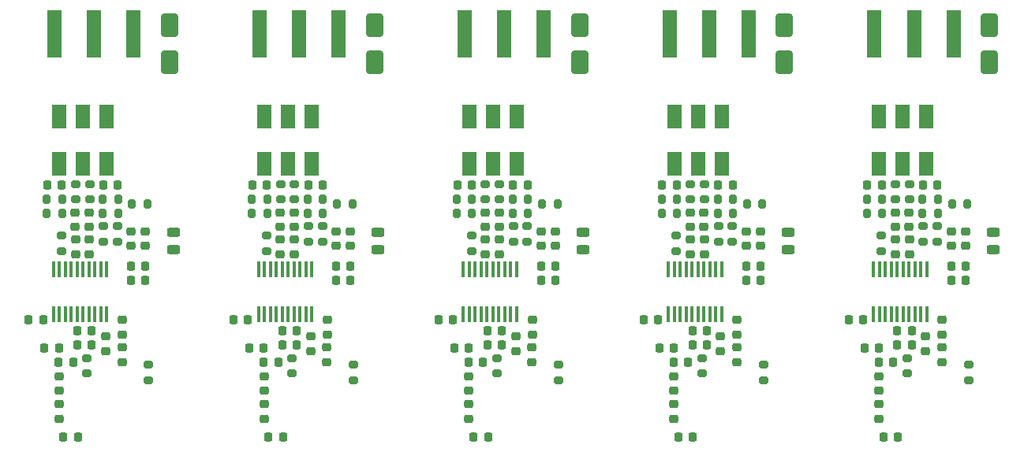
<source format=gtp>
%TF.GenerationSoftware,KiCad,Pcbnew,7.0.1*%
%TF.CreationDate,2023-10-09T01:52:17+02:00*%
%TF.ProjectId,current_probe,63757272-656e-4745-9f70-726f62652e6b,rev?*%
%TF.SameCoordinates,Original*%
%TF.FileFunction,Paste,Top*%
%TF.FilePolarity,Positive*%
%FSLAX46Y46*%
G04 Gerber Fmt 4.6, Leading zero omitted, Abs format (unit mm)*
G04 Created by KiCad (PCBNEW 7.0.1) date 2023-10-09 01:52:17*
%MOMM*%
%LPD*%
G01*
G04 APERTURE LIST*
G04 Aperture macros list*
%AMRoundRect*
0 Rectangle with rounded corners*
0 $1 Rounding radius*
0 $2 $3 $4 $5 $6 $7 $8 $9 X,Y pos of 4 corners*
0 Add a 4 corners polygon primitive as box body*
4,1,4,$2,$3,$4,$5,$6,$7,$8,$9,$2,$3,0*
0 Add four circle primitives for the rounded corners*
1,1,$1+$1,$2,$3*
1,1,$1+$1,$4,$5*
1,1,$1+$1,$6,$7*
1,1,$1+$1,$8,$9*
0 Add four rect primitives between the rounded corners*
20,1,$1+$1,$2,$3,$4,$5,0*
20,1,$1+$1,$4,$5,$6,$7,0*
20,1,$1+$1,$6,$7,$8,$9,0*
20,1,$1+$1,$8,$9,$2,$3,0*%
G04 Aperture macros list end*
%ADD10RoundRect,0.200000X0.275000X-0.200000X0.275000X0.200000X-0.275000X0.200000X-0.275000X-0.200000X0*%
%ADD11RoundRect,0.225000X0.225000X0.250000X-0.225000X0.250000X-0.225000X-0.250000X0.225000X-0.250000X0*%
%ADD12R,0.304800X1.676400*%
%ADD13RoundRect,0.218750X0.256250X-0.218750X0.256250X0.218750X-0.256250X0.218750X-0.256250X-0.218750X0*%
%ADD14RoundRect,0.225000X-0.250000X0.225000X-0.250000X-0.225000X0.250000X-0.225000X0.250000X0.225000X0*%
%ADD15RoundRect,0.200000X-0.275000X0.200000X-0.275000X-0.200000X0.275000X-0.200000X0.275000X0.200000X0*%
%ADD16RoundRect,0.200000X-0.200000X-0.275000X0.200000X-0.275000X0.200000X0.275000X-0.200000X0.275000X0*%
%ADD17RoundRect,0.225000X-0.225000X-0.250000X0.225000X-0.250000X0.225000X0.250000X-0.225000X0.250000X0*%
%ADD18RoundRect,0.200000X0.200000X0.275000X-0.200000X0.275000X-0.200000X-0.275000X0.200000X-0.275000X0*%
%ADD19R,1.500000X5.080000*%
%ADD20RoundRect,0.218750X0.218750X0.256250X-0.218750X0.256250X-0.218750X-0.256250X0.218750X-0.256250X0*%
%ADD21RoundRect,0.250000X0.650000X-1.000000X0.650000X1.000000X-0.650000X1.000000X-0.650000X-1.000000X0*%
%ADD22RoundRect,0.225000X0.250000X-0.225000X0.250000X0.225000X-0.250000X0.225000X-0.250000X-0.225000X0*%
%ADD23RoundRect,0.218750X-0.256250X0.218750X-0.256250X-0.218750X0.256250X-0.218750X0.256250X0.218750X0*%
%ADD24R,1.650000X2.540000*%
%ADD25RoundRect,0.243750X0.456250X-0.243750X0.456250X0.243750X-0.456250X0.243750X-0.456250X-0.243750X0*%
G04 APERTURE END LIST*
D10*
%TO.C,R12*%
X162499200Y-121075600D03*
X162499200Y-119425600D03*
%TD*%
D11*
%TO.C,C4*%
X181759319Y-130646415D03*
X180209319Y-130646415D03*
%TD*%
D12*
%TO.C,U1*%
X177641700Y-128913600D03*
X178276700Y-128913600D03*
X178911700Y-128913600D03*
X179546700Y-128913600D03*
X180181700Y-128913600D03*
X180816700Y-128913600D03*
X181451700Y-128913600D03*
X182086700Y-128913600D03*
X182721700Y-128913600D03*
X183356700Y-128913600D03*
X183356700Y-124087600D03*
X182721700Y-124087600D03*
X182086700Y-124087600D03*
X181451700Y-124087600D03*
X180816700Y-124087600D03*
X180181700Y-124087600D03*
X179546700Y-124087600D03*
X178911700Y-124087600D03*
X178276700Y-124087600D03*
X177641700Y-124087600D03*
%TD*%
D13*
%TO.C,FB3*%
X180004972Y-122443196D03*
X180004972Y-120868196D03*
%TD*%
D11*
%TO.C,C9*%
X110524200Y-129500600D03*
X108974200Y-129500600D03*
%TD*%
D14*
%TO.C,C15*%
X209499200Y-119975600D03*
X209499200Y-121525600D03*
%TD*%
D13*
%TO.C,FB2*%
X178238904Y-140098100D03*
X178238904Y-138523100D03*
%TD*%
%TO.C,FB2*%
X200238904Y-140098100D03*
X200238904Y-138523100D03*
%TD*%
D14*
%TO.C,C16*%
X119999200Y-119975600D03*
X119999200Y-121525600D03*
%TD*%
D15*
%TO.C,R10*%
X121843904Y-134300896D03*
X121843904Y-135950896D03*
%TD*%
D16*
%TO.C,R8*%
X116924200Y-118000600D03*
X118574200Y-118000600D03*
%TD*%
D17*
%TO.C,C1*%
X134213904Y-134060600D03*
X135763904Y-134060600D03*
%TD*%
D11*
%TO.C,C19*%
X143524200Y-123750600D03*
X141974200Y-123750600D03*
%TD*%
D18*
%TO.C,R2*%
X118574200Y-116500600D03*
X116924200Y-116500600D03*
%TD*%
D17*
%TO.C,C10*%
X132974200Y-115000600D03*
X134524200Y-115000600D03*
%TD*%
D19*
%TO.C,J1*%
X115999200Y-98750600D03*
X111749200Y-98750600D03*
X120249200Y-98750600D03*
%TD*%
D17*
%TO.C,C10*%
X154974200Y-115000600D03*
X156524200Y-115000600D03*
%TD*%
D14*
%TO.C,C16*%
X207999200Y-119975600D03*
X207999200Y-121525600D03*
%TD*%
D10*
%TO.C,R4*%
X138999200Y-121075600D03*
X138999200Y-119425600D03*
%TD*%
D14*
%TO.C,C18*%
X141024200Y-129500600D03*
X141024200Y-131050600D03*
%TD*%
D20*
%TO.C,D1*%
X202276404Y-142060600D03*
X200701404Y-142060600D03*
%TD*%
D15*
%TO.C,R10*%
X187843904Y-134300896D03*
X187843904Y-135950896D03*
%TD*%
D11*
%TO.C,C20*%
X121524200Y-125250600D03*
X119974200Y-125250600D03*
%TD*%
D18*
%TO.C,R9*%
X134574200Y-116500600D03*
X132924200Y-116500600D03*
%TD*%
D10*
%TO.C,R4*%
X204999200Y-121075600D03*
X204999200Y-119425600D03*
%TD*%
D15*
%TO.C,R7*%
X178499200Y-120425600D03*
X178499200Y-122075600D03*
%TD*%
%TO.C,R10*%
X209843904Y-134300896D03*
X209843904Y-135950896D03*
%TD*%
D18*
%TO.C,R9*%
X200574200Y-116500600D03*
X198924200Y-116500600D03*
%TD*%
D13*
%TO.C,FB2*%
X134238904Y-140098100D03*
X134238904Y-138523100D03*
%TD*%
D14*
%TO.C,C18*%
X207024200Y-129500600D03*
X207024200Y-131050600D03*
%TD*%
D11*
%TO.C,C9*%
X132524200Y-129500600D03*
X130974200Y-129500600D03*
%TD*%
D14*
%TO.C,C18*%
X119024200Y-129500600D03*
X119024200Y-131050600D03*
%TD*%
D11*
%TO.C,C2*%
X134224530Y-132553966D03*
X132674530Y-132553966D03*
%TD*%
D12*
%TO.C,U1*%
X155641700Y-128913600D03*
X156276700Y-128913600D03*
X156911700Y-128913600D03*
X157546700Y-128913600D03*
X158181700Y-128913600D03*
X158816700Y-128913600D03*
X159451700Y-128913600D03*
X160086700Y-128913600D03*
X160721700Y-128913600D03*
X161356700Y-128913600D03*
X161356700Y-124087600D03*
X160721700Y-124087600D03*
X160086700Y-124087600D03*
X159451700Y-124087600D03*
X158816700Y-124087600D03*
X158181700Y-124087600D03*
X157546700Y-124087600D03*
X156911700Y-124087600D03*
X156276700Y-124087600D03*
X155641700Y-124087600D03*
%TD*%
D16*
%TO.C,R8*%
X138924200Y-118000600D03*
X140574200Y-118000600D03*
%TD*%
D17*
%TO.C,C1*%
X156213904Y-134060600D03*
X157763904Y-134060600D03*
%TD*%
D18*
%TO.C,R2*%
X162574200Y-116500600D03*
X160924200Y-116500600D03*
%TD*%
D11*
%TO.C,C7*%
X159755220Y-132142322D03*
X158205220Y-132142322D03*
%TD*%
%TO.C,C7*%
X203755220Y-132142322D03*
X202205220Y-132142322D03*
%TD*%
D18*
%TO.C,R9*%
X178574200Y-116500600D03*
X176924200Y-116500600D03*
%TD*%
D14*
%TO.C,C16*%
X185999200Y-119975600D03*
X185999200Y-121525600D03*
%TD*%
D13*
%TO.C,FB2*%
X112238904Y-140098100D03*
X112238904Y-138523100D03*
%TD*%
D21*
%TO.C,D2*%
X124104200Y-101770600D03*
X124104200Y-97770600D03*
%TD*%
D20*
%TO.C,D1*%
X136276404Y-142060600D03*
X134701404Y-142060600D03*
%TD*%
D14*
%TO.C,C8*%
X113979381Y-117915145D03*
X113979381Y-119465145D03*
%TD*%
D10*
%TO.C,R6*%
X136012051Y-116538801D03*
X136012051Y-114888801D03*
%TD*%
D11*
%TO.C,C2*%
X156224530Y-132553966D03*
X154674530Y-132553966D03*
%TD*%
D16*
%TO.C,R13*%
X186079200Y-116995600D03*
X187729200Y-116995600D03*
%TD*%
D11*
%TO.C,C9*%
X154524200Y-129500600D03*
X152974200Y-129500600D03*
%TD*%
D18*
%TO.C,R9*%
X156574200Y-116500600D03*
X154924200Y-116500600D03*
%TD*%
D11*
%TO.C,C4*%
X137759319Y-130646415D03*
X136209319Y-130646415D03*
%TD*%
D10*
%TO.C,R6*%
X158012051Y-116538801D03*
X158012051Y-114888801D03*
%TD*%
D15*
%TO.C,R10*%
X165843904Y-134300896D03*
X165843904Y-135950896D03*
%TD*%
D17*
%TO.C,C3*%
X138974200Y-115000600D03*
X140524200Y-115000600D03*
%TD*%
D14*
%TO.C,C5*%
X115462123Y-117917475D03*
X115462123Y-119467475D03*
%TD*%
D11*
%TO.C,C4*%
X115759319Y-130646415D03*
X114209319Y-130646415D03*
%TD*%
%TO.C,C20*%
X209524200Y-125250600D03*
X207974200Y-125250600D03*
%TD*%
D10*
%TO.C,R1*%
X115261341Y-135243501D03*
X115261341Y-133593501D03*
%TD*%
D14*
%TO.C,C16*%
X141999200Y-119975600D03*
X141999200Y-121525600D03*
%TD*%
D16*
%TO.C,R3*%
X176924200Y-118000600D03*
X178574200Y-118000600D03*
%TD*%
D22*
%TO.C,C17*%
X184999200Y-134025600D03*
X184999200Y-132475600D03*
%TD*%
D14*
%TO.C,C6*%
X178238904Y-135535600D03*
X178238904Y-137085600D03*
%TD*%
D12*
%TO.C,U1*%
X133641700Y-128913600D03*
X134276700Y-128913600D03*
X134911700Y-128913600D03*
X135546700Y-128913600D03*
X136181700Y-128913600D03*
X136816700Y-128913600D03*
X137451700Y-128913600D03*
X138086700Y-128913600D03*
X138721700Y-128913600D03*
X139356700Y-128913600D03*
X139356700Y-124087600D03*
X138721700Y-124087600D03*
X138086700Y-124087600D03*
X137451700Y-124087600D03*
X136816700Y-124087600D03*
X136181700Y-124087600D03*
X135546700Y-124087600D03*
X134911700Y-124087600D03*
X134276700Y-124087600D03*
X133641700Y-124087600D03*
%TD*%
D14*
%TO.C,C15*%
X121499200Y-119975600D03*
X121499200Y-121525600D03*
%TD*%
D13*
%TO.C,FB2*%
X156238904Y-140098100D03*
X156238904Y-138523100D03*
%TD*%
D11*
%TO.C,C7*%
X181755220Y-132142322D03*
X180205220Y-132142322D03*
%TD*%
D10*
%TO.C,R12*%
X184499200Y-121075600D03*
X184499200Y-119425600D03*
%TD*%
D18*
%TO.C,R2*%
X206574200Y-116500600D03*
X204924200Y-116500600D03*
%TD*%
D12*
%TO.C,U1*%
X111641700Y-128913600D03*
X112276700Y-128913600D03*
X112911700Y-128913600D03*
X113546700Y-128913600D03*
X114181700Y-128913600D03*
X114816700Y-128913600D03*
X115451700Y-128913600D03*
X116086700Y-128913600D03*
X116721700Y-128913600D03*
X117356700Y-128913600D03*
X117356700Y-124087600D03*
X116721700Y-124087600D03*
X116086700Y-124087600D03*
X115451700Y-124087600D03*
X114816700Y-124087600D03*
X114181700Y-124087600D03*
X113546700Y-124087600D03*
X112911700Y-124087600D03*
X112276700Y-124087600D03*
X111641700Y-124087600D03*
%TD*%
D10*
%TO.C,R12*%
X206499200Y-121075600D03*
X206499200Y-119425600D03*
%TD*%
D11*
%TO.C,C19*%
X121524200Y-123750600D03*
X119974200Y-123750600D03*
%TD*%
D20*
%TO.C,D1*%
X114276404Y-142060600D03*
X112701404Y-142060600D03*
%TD*%
D14*
%TO.C,C15*%
X143499200Y-119975600D03*
X143499200Y-121525600D03*
%TD*%
D10*
%TO.C,R1*%
X203261341Y-135243501D03*
X203261341Y-133593501D03*
%TD*%
D15*
%TO.C,R10*%
X143843904Y-134300896D03*
X143843904Y-135950896D03*
%TD*%
D20*
%TO.C,D1*%
X180276404Y-142060600D03*
X178701404Y-142060600D03*
%TD*%
D13*
%TO.C,FB3*%
X136004972Y-122443196D03*
X136004972Y-120868196D03*
%TD*%
D23*
%TO.C,FB1*%
X203497395Y-120871256D03*
X203497395Y-122446256D03*
%TD*%
D16*
%TO.C,R3*%
X110924200Y-118000600D03*
X112574200Y-118000600D03*
%TD*%
D12*
%TO.C,U1*%
X199641700Y-128913600D03*
X200276700Y-128913600D03*
X200911700Y-128913600D03*
X201546700Y-128913600D03*
X202181700Y-128913600D03*
X202816700Y-128913600D03*
X203451700Y-128913600D03*
X204086700Y-128913600D03*
X204721700Y-128913600D03*
X205356700Y-128913600D03*
X205356700Y-124087600D03*
X204721700Y-124087600D03*
X204086700Y-124087600D03*
X203451700Y-124087600D03*
X202816700Y-124087600D03*
X202181700Y-124087600D03*
X201546700Y-124087600D03*
X200911700Y-124087600D03*
X200276700Y-124087600D03*
X199641700Y-124087600D03*
%TD*%
D11*
%TO.C,C7*%
X137755220Y-132142322D03*
X136205220Y-132142322D03*
%TD*%
D23*
%TO.C,FB6*%
X161237556Y-131282976D03*
X161237556Y-132857976D03*
%TD*%
D11*
%TO.C,C9*%
X198524200Y-129500600D03*
X196974200Y-129500600D03*
%TD*%
D14*
%TO.C,C15*%
X165499200Y-119975600D03*
X165499200Y-121525600D03*
%TD*%
D10*
%TO.C,R4*%
X160999200Y-121075600D03*
X160999200Y-119425600D03*
%TD*%
D21*
%TO.C,D2*%
X190104200Y-101770600D03*
X190104200Y-97770600D03*
%TD*%
D17*
%TO.C,C1*%
X178213904Y-134060600D03*
X179763904Y-134060600D03*
%TD*%
D16*
%TO.C,R8*%
X204924200Y-118000600D03*
X206574200Y-118000600D03*
%TD*%
D11*
%TO.C,C4*%
X203759319Y-130646415D03*
X202209319Y-130646415D03*
%TD*%
D24*
%TO.C,TR1*%
X134264200Y-112705600D03*
X136804200Y-112705600D03*
X139344200Y-112705600D03*
X139344200Y-107625600D03*
X136804200Y-107625600D03*
X134264200Y-107625600D03*
%TD*%
D21*
%TO.C,D2*%
X168104200Y-101770600D03*
X168104200Y-97770600D03*
%TD*%
D11*
%TO.C,C9*%
X176524200Y-129500600D03*
X174974200Y-129500600D03*
%TD*%
D23*
%TO.C,FB6*%
X205237556Y-131282976D03*
X205237556Y-132857976D03*
%TD*%
D16*
%TO.C,R13*%
X164079200Y-116995600D03*
X165729200Y-116995600D03*
%TD*%
D14*
%TO.C,C5*%
X137462123Y-117917475D03*
X137462123Y-119467475D03*
%TD*%
D11*
%TO.C,C19*%
X187524200Y-123750600D03*
X185974200Y-123750600D03*
%TD*%
D19*
%TO.C,J1*%
X137999200Y-98750600D03*
X133749200Y-98750600D03*
X142249200Y-98750600D03*
%TD*%
D13*
%TO.C,FB3*%
X158004972Y-122443196D03*
X158004972Y-120868196D03*
%TD*%
D23*
%TO.C,FB1*%
X181497395Y-120871256D03*
X181497395Y-122446256D03*
%TD*%
D10*
%TO.C,R12*%
X140499200Y-121075600D03*
X140499200Y-119425600D03*
%TD*%
%TO.C,R5*%
X137521496Y-116552371D03*
X137521496Y-114902371D03*
%TD*%
D23*
%TO.C,FB1*%
X115497395Y-120871256D03*
X115497395Y-122446256D03*
%TD*%
D25*
%TO.C,D3*%
X168499200Y-121938100D03*
X168499200Y-120063100D03*
%TD*%
D10*
%TO.C,R4*%
X116999200Y-121075600D03*
X116999200Y-119425600D03*
%TD*%
D23*
%TO.C,FB6*%
X183237556Y-131282976D03*
X183237556Y-132857976D03*
%TD*%
D14*
%TO.C,C6*%
X112238904Y-135535600D03*
X112238904Y-137085600D03*
%TD*%
D11*
%TO.C,C2*%
X178224530Y-132553966D03*
X176674530Y-132553966D03*
%TD*%
D10*
%TO.C,R5*%
X159521496Y-116552371D03*
X159521496Y-114902371D03*
%TD*%
D18*
%TO.C,R2*%
X140574200Y-116500600D03*
X138924200Y-116500600D03*
%TD*%
D10*
%TO.C,R1*%
X137261341Y-135243501D03*
X137261341Y-133593501D03*
%TD*%
%TO.C,R1*%
X181261341Y-135243501D03*
X181261341Y-133593501D03*
%TD*%
%TO.C,R5*%
X115521496Y-116552371D03*
X115521496Y-114902371D03*
%TD*%
D21*
%TO.C,D2*%
X212104200Y-101770600D03*
X212104200Y-97770600D03*
%TD*%
D19*
%TO.C,J1*%
X159999200Y-98750600D03*
X155749200Y-98750600D03*
X164249200Y-98750600D03*
%TD*%
D23*
%TO.C,FB1*%
X159497395Y-120871256D03*
X159497395Y-122446256D03*
%TD*%
D14*
%TO.C,C6*%
X200238904Y-135535600D03*
X200238904Y-137085600D03*
%TD*%
%TO.C,C5*%
X159462123Y-117917475D03*
X159462123Y-119467475D03*
%TD*%
%TO.C,C8*%
X157979381Y-117915145D03*
X157979381Y-119465145D03*
%TD*%
%TO.C,C6*%
X134238904Y-135535600D03*
X134238904Y-137085600D03*
%TD*%
D16*
%TO.C,R13*%
X142079200Y-116995600D03*
X143729200Y-116995600D03*
%TD*%
D23*
%TO.C,FB6*%
X139237556Y-131282976D03*
X139237556Y-132857976D03*
%TD*%
D22*
%TO.C,C17*%
X206999200Y-134025600D03*
X206999200Y-132475600D03*
%TD*%
D15*
%TO.C,R7*%
X156499200Y-120425600D03*
X156499200Y-122075600D03*
%TD*%
D17*
%TO.C,C1*%
X200213904Y-134060600D03*
X201763904Y-134060600D03*
%TD*%
D13*
%TO.C,FB3*%
X114004972Y-122443196D03*
X114004972Y-120868196D03*
%TD*%
D10*
%TO.C,R6*%
X202012051Y-116538801D03*
X202012051Y-114888801D03*
%TD*%
%TO.C,R5*%
X181521496Y-116552371D03*
X181521496Y-114902371D03*
%TD*%
D17*
%TO.C,C10*%
X110974200Y-115000600D03*
X112524200Y-115000600D03*
%TD*%
D16*
%TO.C,R13*%
X208079200Y-116995600D03*
X209729200Y-116995600D03*
%TD*%
D25*
%TO.C,D3*%
X190499200Y-121938100D03*
X190499200Y-120063100D03*
%TD*%
D20*
%TO.C,D1*%
X158276404Y-142060600D03*
X156701404Y-142060600D03*
%TD*%
D15*
%TO.C,R7*%
X134499200Y-120425600D03*
X134499200Y-122075600D03*
%TD*%
D11*
%TO.C,C2*%
X200224530Y-132553966D03*
X198674530Y-132553966D03*
%TD*%
D18*
%TO.C,R2*%
X184574200Y-116500600D03*
X182924200Y-116500600D03*
%TD*%
D15*
%TO.C,R7*%
X112499200Y-120425600D03*
X112499200Y-122075600D03*
%TD*%
D10*
%TO.C,R12*%
X118499200Y-121075600D03*
X118499200Y-119425600D03*
%TD*%
D19*
%TO.C,J1*%
X181999200Y-98750600D03*
X177749200Y-98750600D03*
X186249200Y-98750600D03*
%TD*%
D11*
%TO.C,C4*%
X159759319Y-130646415D03*
X158209319Y-130646415D03*
%TD*%
D22*
%TO.C,C17*%
X162999200Y-134025600D03*
X162999200Y-132475600D03*
%TD*%
D21*
%TO.C,D2*%
X146104200Y-101770600D03*
X146104200Y-97770600D03*
%TD*%
D10*
%TO.C,R6*%
X114012051Y-116538801D03*
X114012051Y-114888801D03*
%TD*%
D14*
%TO.C,C15*%
X187499200Y-119975600D03*
X187499200Y-121525600D03*
%TD*%
D17*
%TO.C,C3*%
X160974200Y-115000600D03*
X162524200Y-115000600D03*
%TD*%
D23*
%TO.C,FB1*%
X137497395Y-120871256D03*
X137497395Y-122446256D03*
%TD*%
D14*
%TO.C,C6*%
X156238904Y-135535600D03*
X156238904Y-137085600D03*
%TD*%
D10*
%TO.C,R6*%
X180012051Y-116538801D03*
X180012051Y-114888801D03*
%TD*%
D24*
%TO.C,TR1*%
X156264200Y-112705600D03*
X158804200Y-112705600D03*
X161344200Y-112705600D03*
X161344200Y-107625600D03*
X158804200Y-107625600D03*
X156264200Y-107625600D03*
%TD*%
D11*
%TO.C,C19*%
X209524200Y-123750600D03*
X207974200Y-123750600D03*
%TD*%
D10*
%TO.C,R5*%
X203521496Y-116552371D03*
X203521496Y-114902371D03*
%TD*%
D25*
%TO.C,D3*%
X124499200Y-121938100D03*
X124499200Y-120063100D03*
%TD*%
%TO.C,D3*%
X212499200Y-121938100D03*
X212499200Y-120063100D03*
%TD*%
D11*
%TO.C,C19*%
X165524200Y-123750600D03*
X163974200Y-123750600D03*
%TD*%
D17*
%TO.C,C3*%
X182974200Y-115000600D03*
X184524200Y-115000600D03*
%TD*%
D11*
%TO.C,C20*%
X165524200Y-125250600D03*
X163974200Y-125250600D03*
%TD*%
D24*
%TO.C,TR1*%
X178264200Y-112705600D03*
X180804200Y-112705600D03*
X183344200Y-112705600D03*
X183344200Y-107625600D03*
X180804200Y-107625600D03*
X178264200Y-107625600D03*
%TD*%
D14*
%TO.C,C5*%
X181462123Y-117917475D03*
X181462123Y-119467475D03*
%TD*%
D13*
%TO.C,FB3*%
X202004972Y-122443196D03*
X202004972Y-120868196D03*
%TD*%
D17*
%TO.C,C3*%
X116974200Y-115000600D03*
X118524200Y-115000600D03*
%TD*%
D16*
%TO.C,R3*%
X198924200Y-118000600D03*
X200574200Y-118000600D03*
%TD*%
D15*
%TO.C,R7*%
X200499200Y-120425600D03*
X200499200Y-122075600D03*
%TD*%
D24*
%TO.C,TR1*%
X200264200Y-112705600D03*
X202804200Y-112705600D03*
X205344200Y-112705600D03*
X205344200Y-107625600D03*
X202804200Y-107625600D03*
X200264200Y-107625600D03*
%TD*%
D14*
%TO.C,C8*%
X179979381Y-117915145D03*
X179979381Y-119465145D03*
%TD*%
D11*
%TO.C,C7*%
X115755220Y-132142322D03*
X114205220Y-132142322D03*
%TD*%
D14*
%TO.C,C8*%
X135979381Y-117915145D03*
X135979381Y-119465145D03*
%TD*%
D24*
%TO.C,TR1*%
X112264200Y-112705600D03*
X114804200Y-112705600D03*
X117344200Y-112705600D03*
X117344200Y-107625600D03*
X114804200Y-107625600D03*
X112264200Y-107625600D03*
%TD*%
D16*
%TO.C,R8*%
X160924200Y-118000600D03*
X162574200Y-118000600D03*
%TD*%
D14*
%TO.C,C16*%
X163999200Y-119975600D03*
X163999200Y-121525600D03*
%TD*%
D11*
%TO.C,C20*%
X187524200Y-125250600D03*
X185974200Y-125250600D03*
%TD*%
D16*
%TO.C,R3*%
X132924200Y-118000600D03*
X134574200Y-118000600D03*
%TD*%
D14*
%TO.C,C18*%
X185024200Y-129500600D03*
X185024200Y-131050600D03*
%TD*%
%TO.C,C5*%
X203462123Y-117917475D03*
X203462123Y-119467475D03*
%TD*%
D22*
%TO.C,C17*%
X118999200Y-134025600D03*
X118999200Y-132475600D03*
%TD*%
D17*
%TO.C,C10*%
X176974200Y-115000600D03*
X178524200Y-115000600D03*
%TD*%
D19*
%TO.C,J1*%
X203999200Y-98750600D03*
X199749200Y-98750600D03*
X208249200Y-98750600D03*
%TD*%
D18*
%TO.C,R9*%
X112574200Y-116500600D03*
X110924200Y-116500600D03*
%TD*%
D17*
%TO.C,C3*%
X204974200Y-115000600D03*
X206524200Y-115000600D03*
%TD*%
D16*
%TO.C,R8*%
X182924200Y-118000600D03*
X184574200Y-118000600D03*
%TD*%
D11*
%TO.C,C20*%
X143524200Y-125250600D03*
X141974200Y-125250600D03*
%TD*%
D17*
%TO.C,C10*%
X198974200Y-115000600D03*
X200524200Y-115000600D03*
%TD*%
%TO.C,C1*%
X112213904Y-134060600D03*
X113763904Y-134060600D03*
%TD*%
D14*
%TO.C,C18*%
X163024200Y-129500600D03*
X163024200Y-131050600D03*
%TD*%
D11*
%TO.C,C2*%
X112224530Y-132553966D03*
X110674530Y-132553966D03*
%TD*%
D16*
%TO.C,R13*%
X120079200Y-116995600D03*
X121729200Y-116995600D03*
%TD*%
D10*
%TO.C,R4*%
X182999200Y-121075600D03*
X182999200Y-119425600D03*
%TD*%
%TO.C,R1*%
X159261341Y-135243501D03*
X159261341Y-133593501D03*
%TD*%
D23*
%TO.C,FB6*%
X117237556Y-131282976D03*
X117237556Y-132857976D03*
%TD*%
D22*
%TO.C,C17*%
X140999200Y-134025600D03*
X140999200Y-132475600D03*
%TD*%
D14*
%TO.C,C8*%
X201979381Y-117915145D03*
X201979381Y-119465145D03*
%TD*%
D25*
%TO.C,D3*%
X146499200Y-121938100D03*
X146499200Y-120063100D03*
%TD*%
D16*
%TO.C,R3*%
X154924200Y-118000600D03*
X156574200Y-118000600D03*
%TD*%
M02*

</source>
